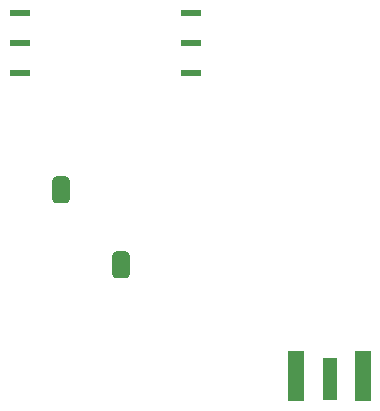
<source format=gbr>
%TF.GenerationSoftware,KiCad,Pcbnew,(7.0.0-rc2-19-gbcc1e28bab)*%
%TF.CreationDate,2023-01-26T23:12:17-08:00*%
%TF.ProjectId,Amplified-WSPR-Beacon-v3,416d706c-6966-4696-9564-2d575350522d,rev?*%
%TF.SameCoordinates,Original*%
%TF.FileFunction,Paste,Top*%
%TF.FilePolarity,Positive*%
%FSLAX46Y46*%
G04 Gerber Fmt 4.6, Leading zero omitted, Abs format (unit mm)*
G04 Created by KiCad (PCBNEW (7.0.0-rc2-19-gbcc1e28bab)) date 2023-01-26 23:12:17*
%MOMM*%
%LPD*%
G01*
G04 APERTURE LIST*
G04 Aperture macros list*
%AMRoundRect*
0 Rectangle with rounded corners*
0 $1 Rounding radius*
0 $2 $3 $4 $5 $6 $7 $8 $9 X,Y pos of 4 corners*
0 Add a 4 corners polygon primitive as box body*
4,1,4,$2,$3,$4,$5,$6,$7,$8,$9,$2,$3,0*
0 Add four circle primitives for the rounded corners*
1,1,$1+$1,$2,$3*
1,1,$1+$1,$4,$5*
1,1,$1+$1,$6,$7*
1,1,$1+$1,$8,$9*
0 Add four rect primitives between the rounded corners*
20,1,$1+$1,$2,$3,$4,$5,0*
20,1,$1+$1,$4,$5,$6,$7,0*
20,1,$1+$1,$6,$7,$8,$9,0*
20,1,$1+$1,$8,$9,$2,$3,0*%
G04 Aperture macros list end*
%ADD10R,1.270000X3.600000*%
%ADD11R,1.350000X4.200000*%
%ADD12R,1.778000X0.609600*%
%ADD13RoundRect,0.381000X-0.381000X0.762000X-0.381000X-0.762000X0.381000X-0.762000X0.381000X0.762000X0*%
G04 APERTURE END LIST*
D10*
%TO.C,J1*%
X164279999Y-134239999D03*
D11*
X161454999Y-134039999D03*
X167104999Y-134039999D03*
%TD*%
D12*
%TO.C,TR1*%
X138020999Y-108379999D03*
X138020999Y-105839999D03*
X138020999Y-103299999D03*
X152498999Y-103299999D03*
X152498999Y-105839999D03*
X152498999Y-108379999D03*
%TD*%
D13*
%TO.C,L2*%
X141520000Y-118240000D03*
X146600000Y-124590000D03*
%TD*%
M02*

</source>
